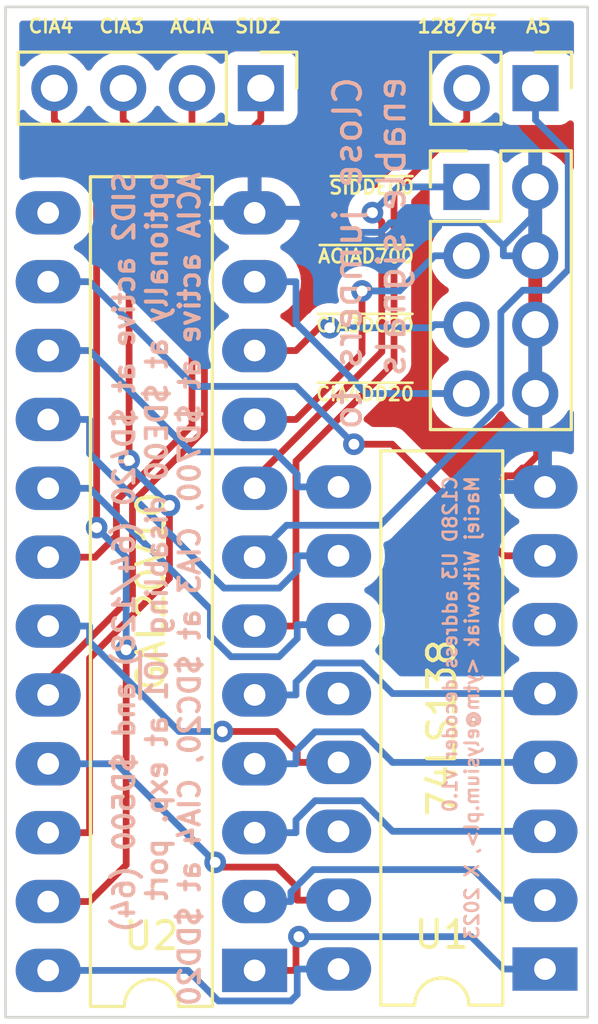
<source format=kicad_pcb>
(kicad_pcb (version 20211014) (generator pcbnew)
  (title_block (title "C128 U3 address decoder") (date "2022-12-11") (rev "1") (company "YTM Enterprises") (comment 1 "Maciej Witkowiak, <ytm@elysium.pl>"))
  (layers (0 "F.Cu" signal) (31 "B.Cu" signal) (34 "B.Paste" user) (35 "F.Paste" user) (36 "B.SilkS" user "B.Silkscreen") (37 "F.SilkS" user "F.Silkscreen") (38 "B.Mask" user) (39 "F.Mask" user) (44 "Edge.Cuts" user))
  (net 0 "")
  (net 5 "/A8")
  (net 6 "/A9")
  (net 7 "/A11")
  (net 8 "/~{U31}")
  (net 9 "/~{IOCS}")
  (net 10 "/~{IO2}")
  (net 11 "GND")
  (net 12 "/~{IO1}")
  (net 13 "/~{CIA2}")
  (net 14 "/~{CIA1}")
  (net 15 "/~{VDC}")
  (net 16 "/~{SID}")
  (net 17 "VCC")
  (net 18 "/A5")
  (net 19 "/~{SID_DE00}")
  (net 20 "/~{ACIA_D700}")
  (net 21 "/~{CIA3_DC20}")
  (net 22 "/~{CIA4_DD20}")
  (net 23 "/~{ACIA}")
  (net 24 "/~{SID2}")
  (net 25 "/~{CIA3}")
  (net 26 "/~{CIA4}")
  (net 27 "/128{slash}~{64}")
  (footprint "Connector_PinHeader_2.54mm:PinHeader_1x04_P2.54mm_Vertical" (layer "F.Cu") (at 150.7998 70.3834 -90)
    (fp_text reference "J3" hide)
    (fp_text value "Conn_01x04" hide)
    (fp_line (start 1.33 1.27) (end 1.33 8.95) (layer "F.SilkS") (width 0.12))
    (fp_line (start -1.33 1.27) (end -1.33 8.95) (layer "F.SilkS") (width 0.12))
    (fp_line (start -1.33 -1.33) (end 0 -1.33) (layer "F.SilkS") (width 0.12))
    (fp_line (start -1.33 8.95) (end 1.33 8.95) (layer "F.SilkS") (width 0.12))
    (fp_line (start -1.33 1.27) (end 1.33 1.27) (layer "F.SilkS") (width 0.12))
    (fp_line (start -1.33 0) (end -1.33 -1.33) (layer "F.SilkS") (width 0.12))
    (pad "1" thru_hole rect (at 0 0 270) (size 1.7 1.7) (drill 1) (layers *.Cu *.Mask) (net 24 "/~{SID2}"))
    (pad "2" thru_hole oval (at 0 2.54 270) (size 1.7 1.7) (drill 1) (layers *.Cu *.Mask) (net 23 "/~{ACIA}"))
    (pad "3" thru_hole oval (at 0 5.08 270) (size 1.7 1.7) (drill 1) (layers *.Cu *.Mask) (net 25 "/~{CIA3}"))
    (pad "4" thru_hole oval (at 0 7.62 270) (size 1.7 1.7) (drill 1) (layers *.Cu *.Mask) (net 26 "/~{CIA4}"))
  )
  (footprint "Package_DIP:DIP-16_W7.62mm_LongPads" (layer "F.Cu") (at 161.29 102.87 180)
    (fp_text reference "U1" (at 3.81 1.27) (layer "F.SilkS"))
    (fp_text value "74LS138" (at 3.81 8.89 90) (layer "F.SilkS"))
    (fp_line (start 1.56 19.11) (end 6.06 19.11) (layer "F.SilkS") (width 0.12))
    (fp_line (start 1.56 -1.33) (end 1.56 19.11) (layer "F.SilkS") (width 0.12))
    (fp_line (start 2.81 -1.33) (end 1.56 -1.33) (layer "F.SilkS") (width 0.12))
    (fp_line (start 6.06 -1.33) (end 4.81 -1.33) (layer "F.SilkS") (width 0.12))
    (fp_line (start 6.06 19.11) (end 6.06 -1.33) (layer "F.SilkS") (width 0.12))
    (fp_arc (start 4.81 -1.33) (mid 3.81 -0.33) (end 2.81 -1.33) (layer "F.SilkS") (width 0.12))
    (pad "1" thru_hole rect (at 0 0 180) (size 2.4 1.6) (drill 0.8) (layers *.Cu *.Mask) (net 5 "/A8"))
    (pad "2" thru_hole oval (at 0 2.54 180) (size 2.4 1.6) (drill 0.8) (layers *.Cu *.Mask) (net 6 "/A9"))
    (pad "3" thru_hole oval (at 0 5.08 180) (size 2.4 1.6) (drill 0.8) (layers *.Cu *.Mask) (net 7 "/A11"))
    (pad "4" thru_hole oval (at 0 7.62 180) (size 2.4 1.6) (drill 0.8) (layers *.Cu *.Mask) (net 8 "/~{U31}"))
    (pad "5" thru_hole oval (at 0 10.16 180) (size 2.4 1.6) (drill 0.8) (layers *.Cu *.Mask) (net 9 "/~{IOCS}"))
    (pad "6" thru_hole oval (at 0 12.7 180) (size 2.4 1.6) (drill 0.8) (layers *.Cu *.Mask))
    (pad "7" thru_hole oval (at 0 15.24 180) (size 2.4 1.6) (drill 0.8) (layers *.Cu *.Mask) (net 10 "/~{IO2}"))
    (pad "8" thru_hole oval (at 0 17.78 180) (size 2.4 1.6) (drill 0.8) (layers *.Cu *.Mask) (net 11 "GND"))
    (pad "9" thru_hole oval (at 7.62 17.78 180) (size 2.4 1.6) (drill 0.8) (layers *.Cu *.Mask) (net 12 "/~{IO1}"))
    (pad "10" thru_hole oval (at 7.62 15.24 180) (size 2.4 1.6) (drill 0.8) (layers *.Cu *.Mask) (net 13 "/~{CIA2}"))
    (pad "11" thru_hole oval (at 7.62 12.7 180) (size 2.4 1.6) (drill 0.8) (layers *.Cu *.Mask) (net 14 "/~{CIA1}"))
    (pad "12" thru_hole oval (at 7.62 10.16 180) (size 2.4 1.6) (drill 0.8) (layers *.Cu *.Mask))
    (pad "13" thru_hole oval (at 7.62 7.62 180) (size 2.4 1.6) (drill 0.8) (layers *.Cu *.Mask) (net 15 "/~{VDC}"))
    (pad "14" thru_hole oval (at 7.62 5.08 180) (size 2.4 1.6) (drill 0.8) (layers *.Cu *.Mask))
    (pad "15" thru_hole oval (at 7.62 2.54 180) (size 2.4 1.6) (drill 0.8) (layers *.Cu *.Mask) (net 16 "/~{SID}"))
    (pad "16" thru_hole oval (at 7.62 0 180) (size 2.4 1.6) (drill 0.8) (layers *.Cu *.Mask) (net 17 "VCC"))
  )
  (footprint "Package_DIP:DIP-24_W7.62mm_LongPads" (layer "F.Cu") (at 150.5712 102.9208 180)
    (fp_text reference "U2" (at 3.81 1.275) (layer "F.SilkS"))
    (fp_text value "GAL20V10" (at 3.825 13.975 90) (layer "F.SilkS"))
    (fp_line (start 1.56 -1.33) (end 1.56 29.27) (layer "F.SilkS") (width 0.12))
    (fp_line (start 1.56 29.27) (end 6.06 29.27) (layer "F.SilkS") (width 0.12))
    (fp_line (start 6.06 29.27) (end 6.06 -1.33) (layer "F.SilkS") (width 0.12))
    (fp_line (start 2.81 -1.33) (end 1.56 -1.33) (layer "F.SilkS") (width 0.12))
    (fp_line (start 6.06 -1.33) (end 4.81 -1.33) (layer "F.SilkS") (width 0.12))
    (fp_arc (start 4.81 -1.33) (mid 3.81 -0.33) (end 2.81 -1.33) (layer "F.SilkS") (width 0.12))
    (pad "1" thru_hole rect (at 0 0 180) (size 2.4 1.6) (drill 0.8) (layers *.Cu *.Mask) (net 5 "/A8"))
    (pad "2" thru_hole oval (at 0 2.54 180) (size 2.4 1.6) (drill 0.8) (layers *.Cu *.Mask) (net 6 "/A9"))
    (pad "3" thru_hole oval (at 0 5.08 180) (size 2.4 1.6) (drill 0.8) (layers *.Cu *.Mask) (net 7 "/A11"))
    (pad "4" thru_hole oval (at 0 7.62 180) (size 2.4 1.6) (drill 0.8) (layers *.Cu *.Mask) (net 8 "/~{U31}"))
    (pad "5" thru_hole oval (at 0 10.16 180) (size 2.4 1.6) (drill 0.8) (layers *.Cu *.Mask) (net 9 "/~{IOCS}"))
    (pad "6" thru_hole oval (at 0 12.7 180) (size 2.4 1.6) (drill 0.8) (layers *.Cu *.Mask) (net 27 "/128{slash}~{64}"))
    (pad "7" thru_hole oval (at 0 15.24 180) (size 2.4 1.6) (drill 0.8) (layers *.Cu *.Mask) (net 18 "/A5"))
    (pad "8" thru_hole oval (at 0 17.78 180) (size 2.4 1.6) (drill 0.8) (layers *.Cu *.Mask) (net 19 "/~{SID_DE00}"))
    (pad "9" thru_hole oval (at 0 20.32 180) (size 2.4 1.6) (drill 0.8) (layers *.Cu *.Mask) (net 20 "/~{ACIA_D700}"))
    (pad "10" thru_hole oval (at 0 22.86 180) (size 2.4 1.6) (drill 0.8) (layers *.Cu *.Mask) (net 21 "/~{CIA3_DC20}"))
    (pad "11" thru_hole oval (at 0 25.4 180) (size 2.4 1.6) (drill 0.8) (layers *.Cu *.Mask) (net 22 "/~{CIA4_DD20}"))
    (pad "12" thru_hole oval (at 0 27.94 180) (size 2.4 1.6) (drill 0.8) (layers *.Cu *.Mask) (net 11 "GND"))
    (pad "13" thru_hole oval (at 7.62 27.94 180) (size 2.4 1.6) (drill 0.8) (layers *.Cu *.Mask))
    (pad "14" thru_hole oval (at 7.62 25.4 180) (size 2.4 1.6) (drill 0.8) (layers *.Cu *.Mask) (net 10 "/~{IO2}"))
    (pad "15" thru_hole oval (at 7.62 22.86 180) (size 2.4 1.6) (drill 0.8) (layers *.Cu *.Mask) (net 12 "/~{IO1}"))
    (pad "16" thru_hole oval (at 7.62 20.32 180) (size 2.4 1.6) (drill 0.8) (layers *.Cu *.Mask) (net 13 "/~{CIA2}"))
    (pad "17" thru_hole oval (at 7.62 17.78 180) (size 2.4 1.6) (drill 0.8) (layers *.Cu *.Mask) (net 14 "/~{CIA1}"))
    (pad "18" thru_hole oval (at 7.62 15.24 180) (size 2.4 1.6) (drill 0.8) (layers *.Cu *.Mask) (net 23 "/~{ACIA}"))
    (pad "19" thru_hole oval (at 7.62 12.7 180) (size 2.4 1.6) (drill 0.8) (layers *.Cu *.Mask) (net 15 "/~{VDC}"))
    (pad "20" thru_hole oval (at 7.62 10.16 180) (size 2.4 1.6) (drill 0.8) (layers *.Cu *.Mask) (net 24 "/~{SID2}"))
    (pad "21" thru_hole oval (at 7.62 7.62 180) (size 2.4 1.6) (drill 0.8) (layers *.Cu *.Mask) (net 16 "/~{SID}"))
    (pad "22" thru_hole oval (at 7.62 5.08 180) (size 2.4 1.6) (drill 0.8) (layers *.Cu *.Mask) (net 25 "/~{CIA3}"))
    (pad "23" thru_hole oval (at 7.62 2.54 180) (size 2.4 1.6) (drill 0.8) (layers *.Cu *.Mask) (net 26 "/~{CIA4}"))
    (pad "24" thru_hole oval (at 7.62 0 180) (size 2.4 1.6) (drill 0.8) (layers *.Cu *.Mask) (net 17 "VCC"))
  )
  (footprint "Connector_PinHeader_2.54mm:PinHeader_1x02_P2.54mm_Vertical" (layer "F.Cu") (at 160.9394 70.3834 -90)
    (fp_text reference "J2" hide)
    (fp_text value "Conn_01x02" hide)
    (fp_line (start -1.33 -1.33) (end 0 -1.33) (layer "F.SilkS") (width 0.12))
    (fp_line (start -1.33 1.27) (end 1.33 1.27) (layer "F.SilkS") (width 0.12))
    (fp_line (start 1.33 1.27) (end 1.33 3.87) (layer "F.SilkS") (width 0.12))
    (fp_line (start -1.33 0) (end -1.33 -1.33) (layer "F.SilkS") (width 0.12))
    (fp_line (start -1.33 1.27) (end -1.33 3.87) (layer "F.SilkS") (width 0.12))
    (fp_line (start -1.33 3.87) (end 1.33 3.87) (layer "F.SilkS") (width 0.12))
    (pad "1" thru_hole rect (at 0 0 270) (size 1.7 1.7) (drill 1) (layers *.Cu *.Mask) (net 18 "/A5"))
    (pad "2" thru_hole oval (at 0 2.54 270) (size 1.7 1.7) (drill 1) (layers *.Cu *.Mask) (net 27 "/128{slash}~{64}"))
  )
  (footprint "Connector_PinHeader_2.54mm:PinHeader_2x04_P2.54mm_Vertical" (layer "F.Cu") (at 158.3894 74.0256)
    (fp_text reference "J1" hide)
    (fp_text value "Conn_02x04_Row_Letter_Last" hide)
    (fp_line (start -1.33 1.27) (end -1.33 8.95) (layer "F.SilkS") (width 0.12))
    (fp_line (start -1.33 0) (end -1.33 -1.33) (layer "F.SilkS") (width 0.12))
    (fp_line (start -1.33 8.95) (end 3.87 8.95) (layer "F.SilkS") (width 0.12))
    (fp_line (start 3.87 -1.33) (end 3.87 8.95) (layer "F.SilkS") (width 0.12))
    (fp_line (start 1.27 -1.33) (end 3.87 -1.33) (layer "F.SilkS") (width 0.12))
    (fp_line (start -1.33 -1.33) (end 0 -1.33) (layer "F.SilkS") (width 0.12))
    (fp_line (start -1.33 1.27) (end 1.27 1.27) (layer "F.SilkS") (width 0.12))
    (fp_line (start 1.27 1.27) (end 1.27 -1.33) (layer "F.SilkS") (width 0.12))
    (pad "1" thru_hole rect (at 0 0) (size 1.7 1.7) (drill 1) (layers *.Cu *.Mask) (net 19 "/~{SID_DE00}"))
    (pad "2" thru_hole oval (at 2.54 0) (size 1.7 1.7) (drill 1) (layers *.Cu *.Mask) (net 11 "GND"))
    (pad "3" thru_hole oval (at 0 2.54) (size 1.7 1.7) (drill 1) (layers *.Cu *.Mask) (net 20 "/~{ACIA_D700}"))
    (pad "4" thru_hole oval (at 2.54 2.54) (size 1.7 1.7) (drill 1) (layers *.Cu *.Mask) (net 11 "GND"))
    (pad "5" thru_hole oval (at 0 5.08) (size 1.7 1.7) (drill 1) (layers *.Cu *.Mask) (net 21 "/~{CIA3_DC20}"))
    (pad "6" thru_hole oval (at 2.54 5.08) (size 1.7 1.7) (drill 1) (layers *.Cu *.Mask) (net 11 "GND"))
    (pad "7" thru_hole oval (at 0 7.62) (size 1.7 1.7) (drill 1) (layers *.Cu *.Mask) (net 22 "/~{CIA4_DD20}"))
    (pad "8" thru_hole oval (at 2.54 7.62) (size 1.7 1.7) (drill 1) (layers *.Cu *.Mask) (net 11 "GND"))
  )
  (gr_rect (start 141.3764 104.648) (end 162.8648 67.3862) (layer "Edge.Cuts") (width 0.1) (fill none))
  (gr_text "C128D U3 address decoder v1.0\nMaciej Witkowiak <ytm@elysium.pl>, X 2023" (at 158.1912 84.6328 90) (layer "B.SilkS") (effects (font (size 0.5 0.5) (thickness 0.1)) (justify left mirror)))
  (gr_text "Close jumpers to\nenable signals" (at 154.813 69.8754 90) (layer "B.SilkS") (effects (font (size 1 1)) (justify left mirror)))
  (gr_text "SID2 active at $D420 (64/128) and $D500 (64)\noptionally at $DE00 disabling ~{IO1} at exp. port\nACIA active at $D700, CIA3 at $DC20, CIA4 at $DD20" (at 146.9644 73.406 90) (layer "B.SilkS") (effects (font (size 0.75 0.75)) (justify left mirror)))
  (gr_text "CIA3" (at 146.558 68.0974) (layer "F.SilkS") (effects (font (size 0.5 0.5) (thickness 0.1)) (justify right)))
  (gr_text "~{CIA3DC20}" (at 156.5148 79.121) (layer "F.SilkS") (effects (font (size 0.5 0.5) (thickness 0.1)) (justify right)))
  (gr_text "~{ACIAD700}" (at 156.5148 76.581) (layer "F.SilkS") (effects (font (size 0.5 0.5) (thickness 0.1)) (justify right)))
  (gr_text "CIA4" (at 143.9418 68.0974) (layer "F.SilkS") (effects (font (size 0.5 0.5) (thickness 0.1)) (justify right)))
  (gr_text "~{CIA4DD20}" (at 156.5148 81.661) (layer "F.SilkS") (effects (font (size 0.5 0.5) (thickness 0.1)) (justify right)))
  (gr_text "SID2" (at 151.6126 68.0974) (layer "F.SilkS") (effects (font (size 0.5 0.5) (thickness 0.1)) (justify right)))
  (gr_text "~{SIDDE00}" (at 156.5148 74.041) (layer "F.SilkS") (effects (font (size 0.5 0.5) (thickness 0.1)) (justify right)))
  (gr_text "ACIA" (at 149.1234 68.0974) (layer "F.SilkS") (effects (font (size 0.5 0.5) (thickness 0.1)) (justify right)))
  (gr_text "128/~{64}" (at 159.5628 68.0974) (layer "F.SilkS") (effects (font (size 0.5 0.5) (thickness 0.1)) (justify right)))
  (gr_text "A5" (at 160.528 68.0974) (layer "F.SilkS") (effects (font (size 0.5 0.5) (thickness 0.1)) (justify left)))
  (segment (start 150.5712 102.9208) (end 152.0981 102.9208) (width 0.25) (layer "F.Cu") (net 5))
  (segment (start 152.2073 101.6763) (end 152.0981 101.7855) (width 0.25) (layer "F.Cu") (net 5))
  (segment (start 152.0981 101.7855) (end 152.0981 102.9208) (width 0.25) (layer "F.Cu") (net 5))
  (via (at 152.2073 101.6763) (size 0.8) (drill 0.4) (layers "F.Cu" "B.Cu") (net 5))
  (segment (start 158.5694 101.6763) (end 152.2073 101.6763) (width 0.25) (layer "B.Cu") (net 5))
  (segment (start 161.29 102.87) (end 159.7631 102.87) (width 0.25) (layer "B.Cu") (net 5))
  (segment (start 159.7631 102.87) (end 158.5694 101.6763) (width 0.25) (layer "B.Cu") (net 5))
  (segment (start 150.5712 100.3808) (end 151.9109 100.3808) (width 0.25) (layer "B.Cu") (net 6))
  (segment (start 159.7631 100.33) (end 158.6362 99.2031) (width 0.25) (layer "B.Cu") (net 6))
  (segment (start 151.9109 100.0267) (end 151.9109 100.3808) (width 0.25) (layer "B.Cu") (net 6))
  (segment (start 161.29 100.33) (end 159.7631 100.33) (width 0.25) (layer "B.Cu") (net 6))
  (segment (start 158.6362 99.2031) (end 152.7345 99.2031) (width 0.25) (layer "B.Cu") (net 6))
  (segment (start 152.7345 99.2031) (end 151.9109 100.0267) (width 0.25) (layer "B.Cu") (net 6))
  (segment (start 152.8032 96.6631) (end 152.0981 97.3682) (width 0.25) (layer "B.Cu") (net 7))
  (segment (start 159.7631 97.79) (end 155.6636 97.79) (width 0.25) (layer "B.Cu") (net 7))
  (segment (start 152.0981 97.3682) (end 152.0981 97.8408) (width 0.25) (layer "B.Cu") (net 7))
  (segment (start 161.29 97.79) (end 159.7631 97.79) (width 0.25) (layer "B.Cu") (net 7))
  (segment (start 150.5712 97.8408) (end 152.0981 97.8408) (width 0.25) (layer "B.Cu") (net 7))
  (segment (start 154.5368 96.6631) (end 152.8032 96.6631) (width 0.25) (layer "B.Cu") (net 7))
  (segment (start 155.6636 97.79) (end 155.6636 97.7899) (width 0.25) (layer "B.Cu") (net 7))
  (segment (start 155.6636 97.7899) (end 154.5368 96.6631) (width 0.25) (layer "B.Cu") (net 7))
  (segment (start 161.29 95.25) (end 159.7631 95.25) (width 0.25) (layer "B.Cu") (net 8))
  (segment (start 154.5368 94.1231) (end 152.8032 94.1231) (width 0.25) (layer "B.Cu") (net 8))
  (segment (start 155.6636 95.25) (end 155.6636 95.2499) (width 0.25) (layer "B.Cu") (net 8))
  (segment (start 155.6636 95.2499) (end 154.5368 94.1231) (width 0.25) (layer "B.Cu") (net 8))
  (segment (start 150.5712 95.3008) (end 152.0981 95.3008) (width 0.25) (layer "B.Cu") (net 8))
  (segment (start 152.8032 94.1231) (end 152.0981 94.8282) (width 0.25) (layer "B.Cu") (net 8))
  (segment (start 159.7631 95.25) (end 155.6636 95.25) (width 0.25) (layer "B.Cu") (net 8))
  (segment (start 152.0981 94.8282) (end 152.0981 95.3008) (width 0.25) (layer "B.Cu") (net 8))
  (segment (start 150.5712 92.7608) (end 152.0981 92.7608) (width 0.25) (layer "B.Cu") (net 9))
  (segment (start 155.6636 92.71) (end 155.6636 92.7099) (width 0.25) (layer "B.Cu") (net 9))
  (segment (start 159.7631 92.71) (end 155.6636 92.71) (width 0.25) (layer "B.Cu") (net 9))
  (segment (start 152.0981 92.2882) (end 152.0981 92.7608) (width 0.25) (layer "B.Cu") (net 9))
  (segment (start 152.8032 91.5831) (end 152.0981 92.2882) (width 0.25) (layer "B.Cu") (net 9))
  (segment (start 161.29 92.71) (end 159.7631 92.71) (width 0.25) (layer "B.Cu") (net 9))
  (segment (start 154.5368 91.5831) (end 152.8032 91.5831) (width 0.25) (layer "B.Cu") (net 9))
  (segment (start 155.6636 92.7099) (end 154.5368 91.5831) (width 0.25) (layer "B.Cu") (net 9))
  (segment (start 161.29 87.63) (end 159.7631 87.63) (width 0.25) (layer "F.Cu") (net 10))
  (segment (start 154.2364 83.5149) (end 155.648 83.5149) (width 0.25) (layer "F.Cu") (net 10))
  (segment (start 155.648 83.5149) (end 159.7631 87.63) (width 0.25) (layer "F.Cu") (net 10))
  (via (at 154.2364 83.5149) (size 0.8) (drill 0.4) (layers "F.Cu" "B.Cu") (net 10))
  (segment (start 148.3397 81.3824) (end 152.1039 81.3824) (width 0.25) (layer "B.Cu") (net 10))
  (segment (start 144.4781 77.5208) (end 148.3397 81.3824) (width 0.25) (layer "B.Cu") (net 10))
  (segment (start 152.1039 81.3824) (end 154.2364 83.5149) (width 0.25) (layer "B.Cu") (net 10))
  (segment (start 142.9512 77.5208) (end 144.4781 77.5208) (width 0.25) (layer "B.Cu") (net 10))
  (segment (start 161.29 85.09) (end 159.7631 85.09) (width 0.25) (layer "F.Cu") (net 11))
  (segment (start 160.9294 79.1056) (end 160.9294 81.6456) (width 0.25) (layer "F.Cu") (net 11))
  (segment (start 159.7631 85.09) (end 159.7631 84.753) (width 0.25) (layer "F.Cu") (net 11))
  (segment (start 159.8362 84.6799) (end 160.1664 84.6799) (width 0.25) (layer "F.Cu") (net 11))
  (segment (start 160.9817 82.8748) (end 160.9294 82.8225) (width 0.25) (layer "F.Cu") (net 11))
  (segment (start 159.7631 84.753) (end 159.8362 84.6799) (width 0.25) (layer "F.Cu") (net 11))
  (segment (start 160.5559 84.3897) (end 160.9817 83.9639) (width 0.25) (layer "F.Cu") (net 11))
  (segment (start 160.9294 79.1056) (end 160.9294 76.5656) (width 0.25) (layer "F.Cu") (net 11))
  (segment (start 160.4566 84.3897) (end 160.5559 84.3897) (width 0.25) (layer "F.Cu") (net 11))
  (segment (start 160.9817 83.9639) (end 160.9817 82.8748) (width 0.25) (layer "F.Cu") (net 11))
  (segment (start 160.9294 81.6456) (end 160.9294 82.8225) (width 0.25) (layer "F.Cu") (net 11))
  (segment (start 160.1664 84.6799) (end 160.4566 84.3897) (width 0.25) (layer "F.Cu") (net 11))
  (segment (start 159.7525 76.1998) (end 159.7525 76.5656) (width 0.25) (layer "B.Cu") (net 11))
  (segment (start 152.0981 74.9808) (end 152.8187 75.7014) (width 0.25) (layer "B.Cu") (net 11))
  (segment (start 155.5772 75.3463) (end 158.899 75.3463) (width 0.25) (layer "B.Cu") (net 11))
  (segment (start 160.7498 75.2025) (end 160.9294 75.2025) (width 0.25) (layer "B.Cu") (net 11))
  (segment (start 155.2221 75.7014) (end 155.5772 75.3463) (width 0.25) (layer "B.Cu") (net 11))
  (segment (start 158.899 75.3463) (end 159.7525 76.1998) (width 0.25) (layer "B.Cu") (net 11))
  (segment (start 160.9294 74.0256) (end 160.9294 75.2025) (width 0.25) (layer "B.Cu") (net 11))
  (segment (start 152.8187 75.7014) (end 155.2221 75.7014) (width 0.25) (layer "B.Cu") (net 11))
  (segment (start 160.9294 76.5656) (end 159.7525 76.5656) (width 0.25) (layer "B.Cu") (net 11))
  (segment (start 159.7525 76.1998) (end 160.7498 75.2025) (width 0.25) (layer "B.Cu") (net 11))
  (segment (start 150.5712 74.9808) (end 152.0981 74.9808) (width 0.25) (layer "B.Cu") (net 11))
  (segment (start 144.4781 80.0608) (end 148.2157 83.7984) (width 0.25) (layer "B.Cu") (net 12))
  (segment (start 152.1431 84.623) (end 152.1431 85.09) (width 0.25) (layer "B.Cu") (net 12))
  (segment (start 153.67 85.09) (end 152.1431 85.09) (width 0.25) (layer "B.Cu") (net 12))
  (segment (start 148.2157 83.7984) (end 151.3185 83.7984) (width 0.25) (layer "B.Cu") (net 12))
  (segment (start 142.9512 80.0608) (end 144.4781 80.0608) (width 0.25) (layer "B.Cu") (net 12))
  (segment (start 151.3185 83.7984) (end 152.1431 84.623) (width 0.25) (layer "B.Cu") (net 12))
  (segment (start 144.4781 83.8579) (end 144.4781 82.6008) (width 0.25) (layer "B.Cu") (net 13))
  (segment (start 153.67 87.63) (end 152.1431 87.63) (width 0.25) (layer "B.Cu") (net 13))
  (segment (start 149.4407 88.8205) (end 144.4781 83.8579) (width 0.25) (layer "B.Cu") (net 13))
  (segment (start 142.9512 82.6008) (end 144.4781 82.6008) (width 0.25) (layer "B.Cu") (net 13))
  (segment (start 151.4866 88.8205) (end 149.4407 88.8205) (width 0.25) (layer "B.Cu") (net 13))
  (segment (start 152.1431 87.63) (end 152.1431 88.164) (width 0.25) (layer "B.Cu") (net 13))
  (segment (start 152.1431 88.164) (end 151.4866 88.8205) (width 0.25) (layer "B.Cu") (net 13))
  (segment (start 153.67 90.17) (end 152.1431 90.17) (width 0.25) (layer "B.Cu") (net 14))
  (segment (start 152.1431 90.17) (end 152.1431 90.6802) (width 0.25) (layer "B.Cu") (net 14))
  (segment (start 152.1431 90.6802) (end 151.4728 91.3505) (width 0.25) (layer "B.Cu") (net 14))
  (segment (start 149.6997 91.3505) (end 148.9385 90.5893) (width 0.25) (layer "B.Cu") (net 14))
  (segment (start 151.4728 91.3505) (end 149.6997 91.3505) (width 0.25) (layer "B.Cu") (net 14))
  (segment (start 148.9385 89.6012) (end 144.4781 85.1408) (width 0.25) (layer "B.Cu") (net 14))
  (segment (start 142.9512 85.1408) (end 144.4781 85.1408) (width 0.25) (layer "B.Cu") (net 14))
  (segment (start 148.9385 90.5893) (end 148.9385 89.6012) (width 0.25) (layer "B.Cu") (net 14))
  (segment (start 152.1431 94.8725) (end 152.1431 95.25) (width 0.25) (layer "F.Cu") (net 15))
  (segment (start 153.67 95.25) (end 152.1431 95.25) (width 0.25) (layer "F.Cu") (net 15))
  (segment (start 149.38 94.1091) (end 151.3797 94.1091) (width 0.25) (layer "F.Cu") (net 15))
  (segment (start 151.3797 94.1091) (end 152.1431 94.8725) (width 0.25) (layer "F.Cu") (net 15))
  (via (at 149.38 94.1091) (size 0.8) (drill 0.4) (layers "F.Cu" "B.Cu") (net 15))
  (segment (start 142.9512 90.2208) (end 144.4781 90.2208) (width 0.25) (layer "B.Cu") (net 15))
  (segment (start 144.4781 90.8053) (end 147.7819 94.1091) (width 0.25) (layer "B.Cu") (net 15))
  (segment (start 144.4781 90.2208) (end 144.4781 90.8053) (width 0.25) (layer "B.Cu") (net 15))
  (segment (start 147.7819 94.1091) (end 149.38 94.1091) (width 0.25) (layer "B.Cu") (net 15))
  (segment (start 152.1431 99.863) (end 152.1431 100.33) (width 0.25) (layer "F.Cu") (net 16))
  (segment (start 153.67 100.33) (end 152.1431 100.33) (width 0.25) (layer "F.Cu") (net 16))
  (segment (start 149.2899 99.1108) (end 151.3909 99.1108) (width 0.25) (layer "F.Cu") (net 16))
  (segment (start 149.1142 98.9351) (end 149.2899 99.1108) (width 0.25) (layer "F.Cu") (net 16))
  (segment (start 151.3909 99.1108) (end 152.1431 99.863) (width 0.25) (layer "F.Cu") (net 16))
  (via (at 149.1142 98.9351) (size 0.8) (drill 0.4) (layers "F.Cu" "B.Cu") (net 16))
  (segment (start 145.4799 95.3008) (end 149.1142 98.9351) (width 0.25) (layer "B.Cu") (net 16))
  (segment (start 142.9512 95.3008) (end 145.4799 95.3008) (width 0.25) (layer "B.Cu") (net 16))
  (segment (start 149.2358 104.0477) (end 151.9066 104.0477) (width 0.25) (layer "B.Cu") (net 17))
  (segment (start 144.4781 102.9208) (end 148.109 102.9208) (width 0.25) (layer "B.Cu") (net 17))
  (segment (start 153.67 102.87) (end 152.1431 102.87) (width 0.25) (layer "B.Cu") (net 17))
  (segment (start 148.109 102.9209) (end 149.2358 104.0477) (width 0.25) (layer "B.Cu") (net 17))
  (segment (start 151.9066 104.0477) (end 152.1431 103.8112) (width 0.25) (layer "B.Cu") (net 17))
  (segment (start 142.9512 102.9208) (end 144.4781 102.9208) (width 0.25) (layer "B.Cu") (net 17))
  (segment (start 152.1431 103.8112) (end 152.1431 102.87) (width 0.25) (layer "B.Cu") (net 17))
  (segment (start 148.109 102.9208) (end 148.109 102.9209) (width 0.25) (layer "B.Cu") (net 17))
  (segment (start 162.1462 72.7671) (end 160.9394 71.5603) (width 0.25) (layer "B.Cu") (net 18))
  (segment (start 160.9394 70.3834) (end 160.9394 71.5603) (width 0.25) (layer "B.Cu") (net 18))
  (segment (start 162.1462 77.0779) (end 162.1462 72.7671) (width 0.25) (layer "B.Cu") (net 18))
  (segment (start 155.1978 86.5031) (end 159.6594 82.0415) (width 0.25) (layer "B.Cu") (net 18))
  (segment (start 151.7489 86.5031) (end 155.1978 86.5031) (width 0.25) (layer "B.Cu") (net 18))
  (segment (start 150.5712 87.6808) (end 151.7489 86.5031) (width 0.25) (layer "B.Cu") (net 18))
  (segment (start 161.3885 77.8356) (end 162.1462 77.0779) (width 0.25) (layer "B.Cu") (net 18))
  (segment (start 160.4691 77.8356) (end 161.3885 77.8356) (width 0.25) (layer "B.Cu") (net 18))
  (segment (start 159.6594 82.0415) (end 159.6594 78.6453) (width 0.25) (layer "B.Cu") (net 18))
  (segment (start 159.6594 78.6453) (end 160.4691 77.8356) (width 0.25) (layer "B.Cu") (net 18))
  (segment (start 155.2653 75.3188) (end 155.2653 80.1086) (width 0.25) (layer "F.Cu") (net 19))
  (segment (start 154.921 74.9745) (end 155.2653 75.3188) (width 0.25) (layer "F.Cu") (net 19))
  (segment (start 155.2653 80.1086) (end 150.5712 84.8027) (width 0.25) (layer "F.Cu") (net 19))
  (segment (start 150.5712 84.8027) (end 150.5712 85.1408) (width 0.25) (layer "F.Cu") (net 19))
  (via (at 154.921 74.9745) (size 0.8) (drill 0.4) (layers "F.Cu" "B.Cu") (net 19))
  (segment (start 158.3894 74.0256) (end 155.8699 74.0256) (width 0.25) (layer "B.Cu") (net 19))
  (segment (start 155.8699 74.0256) (end 154.921 74.9745) (width 0.25) (layer "B.Cu") (net 19))
  (segment (start 150.5712 82.6008) (end 152.0981 82.6008) (width 0.25) (layer "F.Cu") (net 20))
  (segment (start 152.0981 82.6008) (end 154.5359 80.163) (width 0.25) (layer "F.Cu") (net 20))
  (segment (start 154.5359 80.163) (end 154.5359 77.8621) (width 0.25) (layer "F.Cu") (net 20))
  (via (at 154.5359 77.8621) (size 0.8) (drill 0.4) (layers "F.Cu" "B.Cu") (net 20))
  (segment (start 157.2125 76.5656) (end 155.916 77.8621) (width 0.25) (layer "B.Cu") (net 20))
  (segment (start 158.3894 76.5656) (end 157.2125 76.5656) (width 0.25) (layer "B.Cu") (net 20))
  (segment (start 155.916 77.8621) (end 154.5359 77.8621) (width 0.25) (layer "B.Cu") (net 20))
  (segment (start 152.9388 79.2201) (end 153.3441 79.2201) (width 0.25) (layer "F.Cu") (net 21))
  (segment (start 152.0981 80.0608) (end 152.9388 79.2201) (width 0.25) (layer "F.Cu") (net 21))
  (segment (start 150.5712 80.0608) (end 152.0981 80.0608) (width 0.25) (layer "F.Cu") (net 21))
  (via (at 153.3441 79.2201) (size 0.8) (drill 0.4) (layers "F.Cu" "B.Cu") (net 21))
  (segment (start 157.2125 79.1056) (end 157.098 79.2201) (width 0.25) (layer "B.Cu") (net 21))
  (segment (start 157.098 79.2201) (end 153.3441 79.2201) (width 0.25) (layer "B.Cu") (net 21))
  (segment (start 158.3894 79.1056) (end 157.2125 79.1056) (width 0.25) (layer "B.Cu") (net 21))
  (segment (start 158.3894 81.6456) (end 157.2125 81.6456) (width 0.25) (layer "B.Cu") (net 22))
  (segment (start 150.5712 77.5208) (end 152.0981 77.5208) (width 0.25) (layer "B.Cu") (net 22))
  (segment (start 152.0981 79.0477) (end 152.0981 77.5208) (width 0.25) (layer "B.Cu") (net 22))
  (segment (start 154.696 81.6456) (end 152.0981 79.0477) (width 0.25) (layer "B.Cu") (net 22))
  (segment (start 157.2125 81.6456) (end 154.696 81.6456) (width 0.25) (layer "B.Cu") (net 22))
  (segment (start 145.47 86.8876) (end 144.6768 87.6808) (width 0.25) (layer "F.Cu") (net 23))
  (segment (start 144.6768 87.6808) (end 144.4781 87.6808) (width 0.25) (layer "F.Cu") (net 23))
  (segment (start 142.9512 87.6808) (end 144.4781 87.6808) (width 0.25) (layer "F.Cu") (net 23))
  (segment (start 148.2598 70.3834) (end 148.2598 82.823) (width 0.25) (layer "F.Cu") (net 23))
  (segment (start 148.2598 82.823) (end 145.47 85.6128) (width 0.25) (layer "F.Cu") (net 23))
  (segment (start 145.47 85.6128) (end 145.47 86.8876) (width 0.25) (layer "F.Cu") (net 23))
  (segment (start 146.063 89.1027) (end 142.9512 92.2145) (width 0.25) (layer "F.Cu") (net 24))
  (segment (start 146.063 85.659) (end 146.063 89.1027) (width 0.25) (layer "F.Cu") (net 24))
  (segment (start 148.7187 73.6414) (end 148.7187 83.0033) (width 0.25) (layer "F.Cu") (net 24))
  (segment (start 150.7998 70.3834) (end 150.7998 71.5603) (width 0.25) (layer "F.Cu") (net 24))
  (segment (start 142.9512 92.2145) (end 142.9512 92.7608) (width 0.25) (layer "F.Cu") (net 24))
  (segment (start 148.7187 83.0033) (end 146.063 85.659) (width 0.25) (layer "F.Cu") (net 24))
  (segment (start 150.7998 71.5603) (end 148.7187 73.6414) (width 0.25) (layer "F.Cu") (net 24))
  (segment (start 147.4269 88.4584) (end 147.4269 85.7755) (width 0.25) (layer "F.Cu") (net 25))
  (segment (start 144.4781 97.8408) (end 144.4781 91.4072) (width 0.25) (layer "F.Cu") (net 25))
  (segment (start 145.7198 70.3834) (end 145.7198 71.5603) (width 0.25) (layer "F.Cu") (net 25))
  (segment (start 142.9512 97.8408) (end 144.4781 97.8408) (width 0.25) (layer "F.Cu") (net 25))
  (segment (start 144.4781 91.4072) (end 147.4269 88.4584) (width 0.25) (layer "F.Cu") (net 25))
  (segment (start 145.9379 71.7784) (end 145.9379 84.1131) (width 0.25) (layer "F.Cu") (net 25))
  (segment (start 145.7198 71.5603) (end 145.9379 71.7784) (width 0.25) (layer "F.Cu") (net 25))
  (via (at 145.9379 84.1131) (size 0.8) (drill 0.4) (layers "F.Cu" "B.Cu") (net 25))
  (via (at 147.4269 85.7755) (size 0.8) (drill 0.4) (layers "F.Cu" "B.Cu") (net 25))
  (segment (start 145.9379 84.2865) (end 145.9379 84.1131) (width 0.25) (layer "B.Cu") (net 25))
  (segment (start 147.4269 85.7755) (end 145.9379 84.2865) (width 0.25) (layer "B.Cu") (net 25))
  (segment (start 144.4781 100.3808) (end 145.8303 99.0286) (width 0.25) (layer "F.Cu") (net 26))
  (segment (start 142.9512 100.3808) (end 144.4781 100.3808) (width 0.25) (layer "F.Cu") (net 26))
  (segment (start 145.8303 99.0286) (end 145.8303 91.0959) (width 0.25) (layer "F.Cu") (net 26))
  (segment (start 144.7398 73.1203) (end 144.7398 86.589) (width 0.25) (layer "F.Cu") (net 26))
  (segment (start 143.1798 71.5603) (end 144.7398 73.1203) (width 0.25) (layer "F.Cu") (net 26))
  (segment (start 143.1798 70.3834) (end 143.1798 71.5603) (width 0.25) (layer "F.Cu") (net 26))
  (via (at 145.8303 91.0959) (size 0.8) (drill 0.4) (layers "F.Cu" "B.Cu") (net 26))
  (via (at 144.7398 86.589) (size 0.8) (drill 0.4) (layers "F.Cu" "B.Cu") (net 26))
  (segment (start 145.8303 87.6795) (end 145.8303 91.0959) (width 0.25) (layer "B.Cu") (net 26))
  (segment (start 144.7398 86.589) (end 145.8303 87.6795) (width 0.25) (layer "B.Cu") (net 26))
  (segment (start 152.0981 90.2208) (end 152.0981 84.1402) (width 0.25) (layer "F.Cu") (net 27))
  (segment (start 158.3994 70.3834) (end 158.3994 71.5603) (width 0.25) (layer "F.Cu") (net 27))
  (segment (start 150.5712 90.2208) (end 152.0981 90.2208) (width 0.25) (layer "F.Cu") (net 27))
  (segment (start 152.0981 84.1402) (end 155.7172 80.5211) (width 0.25) (layer "F.Cu") (net 27))
  (segment (start 155.7172 80.5211) (end 155.7172 74.2425) (width 0.25) (layer "F.Cu") (net 27))
  (segment (start 155.7172 74.2425) (end 158.3994 71.5603) (width 0.25) (layer "F.Cu") (net 27))
  (zone (net 11) (net_name "GND") (layers F&B.Cu) (connect_pads (clearance 0.508)) (min_thickness 0.254) (fill yes (thermal_gap 0.508) (thermal_bridge_width 0.508))
    (polygon (pts (xy 163.195 104.902) (xy 141.1732 104.902) (xy 141.2748 67.2084) (xy 163.2458 67.1322)))
  )
)
</source>
